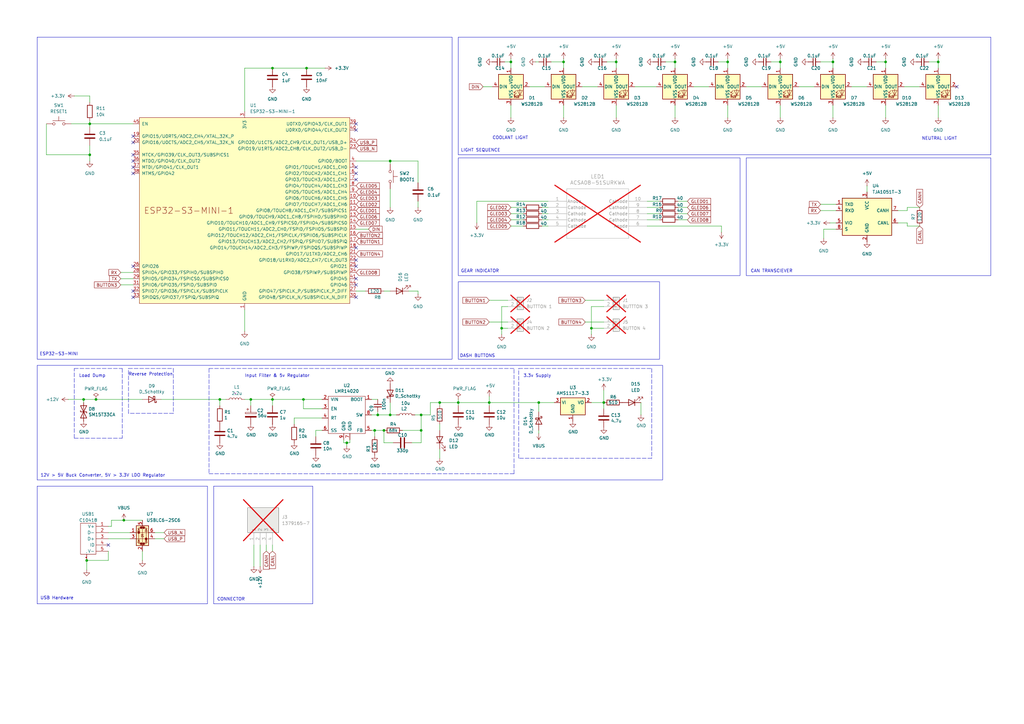
<source format=kicad_sch>
(kicad_sch (version 20231120) (generator "eeschema") (generator_version "8.0")
  (paper "A3")
  (junction (at 125.73 27.94))
  (junction (at 34.29 163.83))
  (junction (at 187.96 165.1))
  (junction (at 205.74 134.62))
  (junction (at 157.48 176.53))
  (junction (at 180.34 165.1))
  (junction (at 102.87 163.83))
  (junction (at 153.67 176.53))
  (junction (at 384.81 25.4))
  (junction (at 36.83 63.5))
  (junction (at 200.66 165.1))
  (junction (at 160.02 170.18))
  (junction (at 111.76 27.94))
  (junction (at 142.24 181.61))
  (junction (at 341.63 25.4))
  (junction (at 363.22 25.4))
  (junction (at 160.02 66.04))
  (junction (at 231.14 25.4))
  (junction (at 220.98 165.1))
  (junction (at 111.76 163.83))
  (junction (at 39.37 163.83))
  (junction (at 242.57 134.62))
  (junction (at 35.56 229.87))
  (junction (at 90.17 163.83))
  (junction (at 124.46 163.83))
  (junction (at 172.72 170.18))
  (junction (at 252.73 25.4))
  (junction (at 320.04 25.4))
  (junction (at 172.72 176.53))
  (junction (at 209.55 25.4))
  (junction (at 50.8 213.36))
  (junction (at 36.83 50.8))
  (junction (at 247.65 165.1))
  (junction (at 154.94 170.18))
  (junction (at 298.45 25.4))
  (junction (at 276.86 25.4))
  (no_connect (at 146.05 121.92))
  (no_connect (at 54.61 68.58))
  (no_connect (at 146.05 53.34))
  (no_connect (at 54.61 58.42))
  (no_connect (at 54.61 71.12))
  (no_connect (at 146.05 73.66))
  (no_connect (at 146.05 68.58))
  (no_connect (at 146.05 71.12))
  (no_connect (at 146.05 114.3))
  (no_connect (at 54.61 109.22))
  (no_connect (at 54.61 66.04))
  (no_connect (at 392.43 35.56))
  (no_connect (at 54.61 119.38))
  (no_connect (at 146.05 50.8))
  (no_connect (at 146.05 109.22))
  (no_connect (at 54.61 63.5))
  (no_connect (at 146.05 106.68))
  (no_connect (at 54.61 121.92))
  (no_connect (at 54.61 55.88))
  (no_connect (at 44.45 223.52))
  (no_connect (at 146.05 116.84))
  (no_connect (at 146.05 101.6))
  (wire (pts (xy 146.05 93.98) (xy 151.13 93.98)))
  (wire (pts (xy 200.66 165.1) (xy 220.98 165.1)))
  (wire (pts (xy 222.25 90.17) (xy 224.79 90.17)))
  (wire (pts (xy 160.02 77.47) (xy 160.02 85.09)))
  (wire (pts (xy 157.48 181.61) (xy 157.48 176.53)))
  (wire (pts (xy 247.65 160.02) (xy 247.65 165.1)))
  (polyline (pts (xy 212.725 151.13) (xy 267.335 151.13)) (stroke (width 0) (type dash)))
  (wire (pts (xy 36.83 50.8) (xy 54.61 50.8)))
  (wire (pts (xy 295.91 92.71) (xy 295.91 95.25)))
  (wire (pts (xy 152.4 170.18) (xy 154.94 170.18)))
  (wire (pts (xy 242.57 165.1) (xy 247.65 165.1)))
  (wire (pts (xy 45.72 215.9) (xy 44.45 215.9)))
  (polyline (pts (xy 210.82 194.31) (xy 210.82 151.13)) (stroke (width 0) (type dash)))
  (wire (pts (xy 349.25 35.56) (xy 355.6 35.56)))
  (wire (pts (xy 359.41 25.4) (xy 363.22 25.4)))
  (wire (pts (xy 252.73 43.18) (xy 252.73 48.26)))
  (wire (pts (xy 129.54 179.07) (xy 129.54 176.53)))
  (polyline (pts (xy 85.725 151.13) (xy 85.725 194.31)) (stroke (width 0) (type dash)))
  (wire (pts (xy 262.89 165.1) (xy 262.89 170.18)))
  (wire (pts (xy 160.02 165.1) (xy 160.02 170.18)))
  (wire (pts (xy 260.35 35.56) (xy 269.24 35.56)))
  (wire (pts (xy 171.45 66.04) (xy 171.45 74.93)))
  (wire (pts (xy 265.43 85.09) (xy 270.51 85.09)))
  (wire (pts (xy 220.98 165.1) (xy 220.98 168.91)))
  (wire (pts (xy 157.48 119.38) (xy 160.02 119.38)))
  (wire (pts (xy 180.34 184.15) (xy 180.34 187.96)))
  (wire (pts (xy 207.01 25.4) (xy 209.55 25.4)))
  (wire (pts (xy 50.8 213.36) (xy 58.42 213.36)))
  (wire (pts (xy 187.96 165.1) (xy 200.66 165.1)))
  (polyline (pts (xy 52.705 169.545) (xy 52.705 151.13)) (stroke (width 0) (type dash)))
  (wire (pts (xy 205.74 134.62) (xy 205.74 137.16)))
  (wire (pts (xy 124.46 167.64) (xy 132.08 167.64)))
  (wire (pts (xy 172.72 170.18) (xy 176.53 170.18)))
  (wire (pts (xy 220.98 25.4) (xy 219.71 25.4)))
  (wire (pts (xy 276.86 25.4) (xy 276.86 27.94)))
  (wire (pts (xy 276.86 43.18) (xy 276.86 48.26)))
  (wire (pts (xy 384.81 43.18) (xy 384.81 48.26)))
  (wire (pts (xy 171.45 82.55) (xy 171.45 85.09)))
  (wire (pts (xy 341.63 43.18) (xy 341.63 48.26)))
  (wire (pts (xy 278.13 85.09) (xy 281.94 85.09)))
  (wire (pts (xy 187.96 165.1) (xy 187.96 166.37)))
  (wire (pts (xy 170.18 170.18) (xy 172.72 170.18)))
  (wire (pts (xy 120.65 171.45) (xy 132.08 171.45)))
  (wire (pts (xy 100.33 27.94) (xy 111.76 27.94)))
  (wire (pts (xy 111.76 163.83) (xy 124.46 163.83)))
  (wire (pts (xy 58.42 163.83) (xy 39.37 163.83)))
  (polyline (pts (xy 71.12 169.545) (xy 52.705 169.545)) (stroke (width 0) (type dash)))
  (wire (pts (xy 341.63 24.13) (xy 341.63 25.4)))
  (wire (pts (xy 100.33 45.72) (xy 100.33 27.94)))
  (wire (pts (xy 363.22 25.4) (xy 363.22 27.94)))
  (wire (pts (xy 252.73 25.4) (xy 252.73 27.94)))
  (wire (pts (xy 45.72 213.36) (xy 50.8 213.36)))
  (wire (pts (xy 167.64 119.38) (xy 171.45 119.38)))
  (wire (pts (xy 19.05 63.5) (xy 36.83 63.5)))
  (wire (pts (xy 161.29 181.61) (xy 157.48 181.61)))
  (wire (pts (xy 222.25 87.63) (xy 224.79 87.63)))
  (wire (pts (xy 200.66 162.56) (xy 200.66 165.1)))
  (wire (pts (xy 278.13 82.55) (xy 281.94 82.55)))
  (polyline (pts (xy 30.48 179.705) (xy 30.48 151.13)) (stroke (width 0) (type dash)))
  (wire (pts (xy 231.14 25.4) (xy 231.14 27.94)))
  (wire (pts (xy 306.07 35.56) (xy 312.42 35.56)))
  (polyline (pts (xy 212.725 187.96) (xy 212.725 151.13)) (stroke (width 0) (type dash)))
  (wire (pts (xy 336.55 86.36) (xy 342.9 86.36)))
  (wire (pts (xy 240.03 123.19) (xy 247.65 123.19)))
  (wire (pts (xy 63.5 218.44) (xy 67.31 218.44)))
  (wire (pts (xy 172.72 176.53) (xy 172.72 181.61)))
  (polyline (pts (xy 71.12 151.13) (xy 71.12 169.545)) (stroke (width 0) (type dash)))
  (wire (pts (xy 180.34 165.1) (xy 180.34 166.37)))
  (wire (pts (xy 160.02 170.18) (xy 162.56 170.18)))
  (wire (pts (xy 209.55 25.4) (xy 209.55 27.94)))
  (wire (pts (xy 372.11 91.44) (xy 372.11 92.71)))
  (wire (pts (xy 238.76 35.56) (xy 245.11 35.56)))
  (wire (pts (xy 209.55 87.63) (xy 214.63 87.63)))
  (wire (pts (xy 63.5 220.98) (xy 67.31 220.98)))
  (polyline (pts (xy 30.48 179.705) (xy 50.165 179.705)) (stroke (width 0) (type dash)))
  (wire (pts (xy 129.54 176.53) (xy 132.08 176.53)))
  (wire (pts (xy 298.45 43.18) (xy 298.45 48.26)))
  (wire (pts (xy 153.67 176.53) (xy 157.48 176.53)))
  (wire (pts (xy 58.42 226.06) (xy 58.42 229.87)))
  (wire (pts (xy 142.24 182.88) (xy 142.24 181.61)))
  (wire (pts (xy 152.4 176.53) (xy 153.67 176.53)))
  (wire (pts (xy 195.58 82.55) (xy 224.79 82.55)))
  (wire (pts (xy 125.73 27.94) (xy 111.76 27.94)))
  (wire (pts (xy 180.34 173.99) (xy 180.34 176.53)))
  (wire (pts (xy 298.45 25.4) (xy 298.45 27.94)))
  (wire (pts (xy 146.05 66.04) (xy 160.02 66.04)))
  (wire (pts (xy 36.83 49.53) (xy 36.83 50.8)))
  (wire (pts (xy 273.05 25.4) (xy 276.86 25.4)))
  (polyline (pts (xy 267.335 187.96) (xy 212.725 187.96)) (stroke (width 0) (type dash)))
  (wire (pts (xy 363.22 43.18) (xy 363.22 48.26)))
  (wire (pts (xy 171.45 119.38) (xy 171.45 120.65)))
  (wire (pts (xy 372.11 86.36) (xy 372.11 85.09)))
  (wire (pts (xy 124.46 163.83) (xy 124.46 167.64)))
  (wire (pts (xy 152.4 163.83) (xy 154.94 163.83)))
  (wire (pts (xy 90.17 163.83) (xy 92.71 163.83)))
  (wire (pts (xy 36.83 39.37) (xy 36.83 41.91)))
  (wire (pts (xy 231.14 43.18) (xy 231.14 48.26)))
  (wire (pts (xy 247.65 125.73) (xy 242.57 125.73)))
  (wire (pts (xy 36.83 52.07) (xy 36.83 50.8)))
  (wire (pts (xy 240.03 132.08) (xy 247.65 132.08)))
  (wire (pts (xy 106.68 223.52) (xy 106.68 232.41)))
  (wire (pts (xy 44.45 218.44) (xy 53.34 218.44)))
  (wire (pts (xy 222.25 85.09) (xy 224.79 85.09)))
  (wire (pts (xy 140.97 180.34) (xy 140.97 181.61)))
  (polyline (pts (xy 85.725 194.31) (xy 210.82 194.31)) (stroke (width 0) (type dash)))
  (wire (pts (xy 265.43 90.17) (xy 270.51 90.17)))
  (wire (pts (xy 384.81 25.4) (xy 384.81 27.94)))
  (wire (pts (xy 276.86 24.13) (xy 276.86 25.4)))
  (wire (pts (xy 342.9 93.98) (xy 337.82 93.98)))
  (wire (pts (xy 153.67 176.53) (xy 153.67 179.07)))
  (wire (pts (xy 49.53 114.3) (xy 54.61 114.3)))
  (wire (pts (xy 320.04 24.13) (xy 320.04 25.4)))
  (wire (pts (xy 44.45 226.06) (xy 44.45 229.87)))
  (wire (pts (xy 265.43 92.71) (xy 295.91 92.71)))
  (wire (pts (xy 102.87 163.83) (xy 111.76 163.83)))
  (wire (pts (xy 149.86 119.38) (xy 146.05 119.38)))
  (wire (pts (xy 242.57 134.62) (xy 247.65 134.62)))
  (wire (pts (xy 294.64 25.4) (xy 298.45 25.4)))
  (wire (pts (xy 209.55 24.13) (xy 209.55 25.4)))
  (wire (pts (xy 370.84 35.56) (xy 377.19 35.56)))
  (wire (pts (xy 226.06 25.4) (xy 231.14 25.4)))
  (wire (pts (xy 133.35 27.94) (xy 125.73 27.94)))
  (wire (pts (xy 340.36 91.44) (xy 342.9 91.44)))
  (wire (pts (xy 176.53 165.1) (xy 180.34 165.1)))
  (wire (pts (xy 252.73 24.13) (xy 252.73 25.4)))
  (wire (pts (xy 124.46 163.83) (xy 132.08 163.83)))
  (wire (pts (xy 298.45 24.13) (xy 298.45 25.4)))
  (wire (pts (xy 198.12 35.56) (xy 201.93 35.56)))
  (wire (pts (xy 217.17 35.56) (xy 223.52 35.56)))
  (wire (pts (xy 265.43 82.55) (xy 270.51 82.55)))
  (wire (pts (xy 209.55 43.18) (xy 209.55 48.26)))
  (wire (pts (xy 187.96 165.1) (xy 187.96 163.83)))
  (wire (pts (xy 381 25.4) (xy 384.81 25.4)))
  (wire (pts (xy 363.22 24.13) (xy 363.22 25.4)))
  (wire (pts (xy 49.53 111.76) (xy 54.61 111.76)))
  (wire (pts (xy 220.98 165.1) (xy 227.33 165.1)))
  (wire (pts (xy 278.13 87.63) (xy 281.94 87.63)))
  (wire (pts (xy 209.55 85.09) (xy 214.63 85.09)))
  (wire (pts (xy 320.04 43.18) (xy 320.04 48.26)))
  (wire (pts (xy 242.57 125.73) (xy 242.57 134.62)))
  (wire (pts (xy 208.28 125.73) (xy 205.74 125.73)))
  (wire (pts (xy 180.34 165.1) (xy 187.96 165.1)))
  (wire (pts (xy 341.63 25.4) (xy 341.63 27.94)))
  (wire (pts (xy 284.48 35.56) (xy 290.83 35.56)))
  (wire (pts (xy 102.87 163.83) (xy 102.87 166.37)))
  (wire (pts (xy 242.57 134.62) (xy 242.57 137.16)))
  (wire (pts (xy 208.28 134.62) (xy 205.74 134.62)))
  (wire (pts (xy 90.17 163.83) (xy 90.17 166.37)))
  (wire (pts (xy 49.53 116.84) (xy 54.61 116.84)))
  (wire (pts (xy 209.55 90.17) (xy 214.63 90.17)))
  (wire (pts (xy 278.13 90.17) (xy 281.94 90.17)))
  (polyline (pts (xy 30.48 151.13) (xy 50.165 151.13)) (stroke (width 0) (type dash)))
  (wire (pts (xy 34.29 163.83) (xy 39.37 163.83)))
  (wire (pts (xy 336.55 83.82) (xy 342.9 83.82)))
  (polyline (pts (xy 267.335 151.13) (xy 267.335 187.96)) (stroke (width 0) (type dash)))
  (wire (pts (xy 220.98 176.53) (xy 220.98 177.8)))
  (wire (pts (xy 172.72 181.61) (xy 168.91 181.61)))
  (wire (pts (xy 248.92 25.4) (xy 252.73 25.4)))
  (wire (pts (xy 30.48 39.37) (xy 36.83 39.37)))
  (wire (pts (xy 19.05 50.8) (xy 19.05 63.5)))
  (wire (pts (xy 111.76 223.52) (xy 111.76 226.06)))
  (wire (pts (xy 176.53 170.18) (xy 176.53 165.1)))
  (wire (pts (xy 195.58 82.55) (xy 195.58 91.44)))
  (wire (pts (xy 316.23 25.4) (xy 320.04 25.4)))
  (wire (pts (xy 66.04 163.83) (xy 90.17 163.83)))
  (wire (pts (xy 205.74 125.73) (xy 205.74 134.62)))
  (wire (pts (xy 36.83 66.04) (xy 36.83 63.5)))
  (wire (pts (xy 327.66 35.56) (xy 334.01 35.56)))
  (wire (pts (xy 200.66 123.19) (xy 208.28 123.19)))
  (wire (pts (xy 368.3 91.44) (xy 372.11 91.44)))
  (wire (pts (xy 36.83 59.69) (xy 36.83 63.5)))
  (wire (pts (xy 337.82 93.98) (xy 337.82 97.79)))
  (wire (pts (xy 355.6 76.2) (xy 355.6 78.74)))
  (wire (pts (xy 34.29 163.83) (xy 34.29 165.1)))
  (wire (pts (xy 44.45 229.87) (xy 35.56 229.87)))
  (wire (pts (xy 372.11 85.09) (xy 377.19 85.09)))
  (wire (pts (xy 384.81 24.13) (xy 384.81 25.4)))
  (wire (pts (xy 120.65 173.99) (xy 120.65 171.45)))
  (wire (pts (xy 160.02 66.04) (xy 160.02 67.31)))
  (wire (pts (xy 154.94 168.91) (xy 154.94 170.18)))
  (wire (pts (xy 368.3 86.36) (xy 372.11 86.36)))
  (wire (pts (xy 111.76 163.83) (xy 111.76 166.37)))
  (wire (pts (xy 143.51 181.61) (xy 143.51 180.34)))
  (wire (pts (xy 372.11 92.71) (xy 377.19 92.71)))
  (wire (pts (xy 265.43 87.63) (xy 270.51 87.63)))
  (wire (pts (xy 27.94 163.83) (xy 34.29 163.83)))
  (wire (pts (xy 222.25 92.71) (xy 224.79 92.71)))
  (polyline (pts (xy 50.165 151.13) (xy 50.165 179.705)) (stroke (width 0) (type dash)))
  (wire (pts (xy 209.55 92.71) (xy 214.63 92.71)))
  (wire (pts (xy 44.45 220.98) (xy 53.34 220.98)))
  (wire (pts (xy 29.21 50.8) (xy 36.83 50.8)))
  (wire (pts (xy 320.04 25.4) (xy 320.04 27.94)))
  (wire (pts (xy 200.66 165.1) (xy 200.66 166.37)))
  (wire (pts (xy 160.02 66.04) (xy 171.45 66.04)))
  (polyline (pts (xy 52.705 151.13) (xy 71.12 151.13)) (stroke (width 0) (type dash)))
  (wire (pts (xy 100.33 163.83) (xy 102.87 163.83)))
  (wire (pts (xy 35.56 229.87) (xy 35.56 233.68)))
  (wire (pts (xy 154.94 170.18) (xy 160.02 170.18)))
  (wire (pts (xy 140.97 181.61) (xy 142.24 181.61)))
  (wire (pts (xy 231.14 24.13) (xy 231.14 25.4)))
  (wire (pts (xy 200.66 132.08) (xy 208.28 132.08)))
  (polyline (pts (xy 210.82 151.13) (xy 85.725 151.13)) (stroke (width 0) (type dash)))
  (wire (pts (xy 109.22 223.52) (xy 109.22 226.06)))
  (wire (pts (xy 104.14 223.52) (xy 104.14 232.41)))
  (wire (pts (xy 247.65 165.1) (xy 247.65 167.64)))
  (wire (pts (xy 45.72 213.36) (xy 45.72 215.9)))
  (wire (pts (xy 142.24 181.61) (xy 143.51 181.61)))
  (wire (pts (xy 336.55 25.4) (xy 341.63 25.4)))
  (wire (pts (xy 172.72 176.53) (xy 172.72 170.18)))
  (wire (pts (xy 100.33 127) (xy 100.33 135.89)))
  (wire (pts (xy 165.1 176.53) (xy 172.72 176.53)))
  (rectangle (start 87.63 199.39) (end 128.27 247.65))
  (rectangle (start 187.96 15.24) (end 406.4 63.5))
  (rectangle (start 15.24 149.86) (end 271.78 196.85))
  (rectangle (start 306.07 64.77) (end 406.4 113.03))
  (rectangle (start 187.96 64.77) (end 303.53 113.03))
  (rectangle (start 187.96 115.57) (end 270.51 147.32))
  (rectangle (start 15.24 15.24) (end 185.42 147.32))
  (rectangle (start 15.24 199.39) (end 85.09 247.65))
  (text "Input Filter & 5v Regulator" (at 100.33 154.94 0) (effects (font (size 1.27 1.27)) (justify left bottom)))
  (text "DASH BUTTONS" (at 195.834 146.05 0) (effects (font (size 1.27 1.27))))
  (text "ESP32-S3-MINI\n" (at 24.13 145.288 0) (effects (font (size 1.27 1.27))))
  (text "NEUTRAL LIGHT\n" (at 385.318 56.896 0) (effects (font (size 1.27 1.27))))
  (text "GEAR INDICATOR\n" (at 196.85 111.252 0) (effects (font (size 1.27 1.27))))
  (text "Reverse Protection" (at 52.705 154.305 0) (effects (font (size 1.27 1.27)) (justify left bottom)))
  (text "CONNECTOR\n" (at 94.742 245.872 0) (effects (font (size 1.27 1.27))))
  (text "COOLANT LIGHT\n" (at 209.296 56.642 0) (effects (font (size 1.27 1.27))))
  (text "LIGHT SEQUENCE" (at 197.104 61.722 0) (effects (font (size 1.27 1.27))))
  (text "USB Hardware" (at 23.368 245.364 0) (effects (font (size 1.27 1.27))))
  (text "CAN TRANSCIEVER" (at 316.484 111.252 0) (effects (font (size 1.27 1.27))))
  (text "Load Dump" (at 32.385 154.94 0) (effects (font (size 1.27 1.27)) (justify left bottom)))
  (text "12V > 5V Buck Converter, 5V > 3.3V LDO Regulator" (at 42.164 195.072 0) (effects (font (size 1.27 1.27))))
  (text "3.3v Supply" (at 214.63 154.94 0) (effects (font (size 1.27 1.27)) (justify left bottom)))
  (global_label "GLED01" (shape input) (at 146.05 86.36 0) (property "Intersheetrefs" "${INTERSHEET_REFS}" (effects (hide yes))))
  (global_label "CANH" (shape input) (at 109.22 226.06 270) (property "Intersheetrefs" "CANH" (effects (hide yes))))
  (global_label "GLED05" (shape input) (at 146.05 76.2 0) (property "Intersheetrefs" "${INTERSHEET_REFS}" (effects (hide yes))))
  (global_label "GLED02" (shape input) (at 146.05 83.82 0) (property "Intersheetrefs" "${INTERSHEET_REFS}" (effects (hide yes))))
  (global_label "USB_N" (shape input) (at 146.05 60.96 0) (property "Intersheetrefs" "USB_N" (effects (hide yes))))
  (global_label "BUTTON3" (shape input) (at 240.03 123.19 180) (property "Intersheetrefs" "${INTERSHEET_REFS}" (effects (hide yes))))
  (global_label "GLED08" (shape input) (at 281.94 90.17 0) (property "Intersheetrefs" "${INTERSHEET_REFS}" (effects (hide yes))))
  (global_label "DIN" (shape input) (at 151.13 93.98 0) (property "Intersheetrefs" "USB_P" (effects (hide yes))))
  (global_label "CANL" (shape input) (at 377.19 92.71 270) (property "Intersheetrefs" "${INTERSHEET_REFS}" (effects (hide yes))))
  (global_label "RX" (shape input) (at 336.55 86.36 180) (property "Intersheetrefs" "${INTERSHEET_REFS}" (effects (hide yes))))
  (global_label "GLED07" (shape input) (at 146.05 91.44 0) (property "Intersheetrefs" "${INTERSHEET_REFS}" (effects (hide yes))))
  (global_label "BUTTON4" (shape input) (at 146.05 104.14 0) (property "Intersheetrefs" "${INTERSHEET_REFS}" (effects (hide yes))))
  (global_label "USB_P" (shape input) (at 146.05 58.42 0) (property "Intersheetrefs" "USB_P" (effects (hide yes))))
  (global_label "GLED08" (shape input) (at 146.05 111.76 0) (property "Intersheetrefs" "${INTERSHEET_REFS}" (effects (hide yes))))
  (global_label "GLED04" (shape input) (at 209.55 90.17 180) (property "Intersheetrefs" "${INTERSHEET_REFS}" (effects (hide yes))))
  (global_label "DIN" (shape input) (at 198.12 35.56 180) (property "Intersheetrefs" "USB_P" (effects (hide yes))))
  (global_label "USB_P" (shape input) (at 67.31 220.98 0) (property "Intersheetrefs" "USB_P" (effects (hide yes))))
  (global_label "GLED06" (shape input) (at 281.94 85.09 0) (property "Intersheetrefs" "${INTERSHEET_REFS}" (effects (hide yes))))
  (global_label "GLED02" (shape input) (at 209.55 85.09 180) (property "Intersheetrefs" "${INTERSHEET_REFS}" (effects (hide yes))))
  (global_label "BUTTON3" (shape input) (at 49.53 116.84 180) (property "Intersheetrefs" "${INTERSHEET_REFS}" (effects (hide yes))))
  (global_label "GLED05" (shape input) (at 209.55 92.71 180) (property "Intersheetrefs" "${INTERSHEET_REFS}" (effects (hide yes))))
  (global_label "BUTTON2" (shape input) (at 200.66 132.08 180) (property "Intersheetrefs" "${INTERSHEET_REFS}" (effects (hide yes))))
  (global_label "BUTTON1" (shape input) (at 146.05 99.06 0) (property "Intersheetrefs" "${INTERSHEET_REFS}" (effects (hide yes))))
  (global_label "GLED06" (shape input) (at 146.05 88.9 0) (property "Intersheetrefs" "${INTERSHEET_REFS}" (effects (hide yes))))
  (global_label "TX" (shape input) (at 49.53 114.3 180) (property "Intersheetrefs" "TX" (effects (hide yes))))
  (global_label "BUTTON4" (shape input) (at 240.03 132.08 180) (property "Intersheetrefs" "${INTERSHEET_REFS}" (effects (hide yes))))
  (global_label "USB_N" (shape input) (at 67.31 218.44 0) (property "Intersheetrefs" "USB_N" (effects (hide yes))))
  (global_label "RX" (shape input) (at 49.53 111.76 180) (property "Intersheetrefs" "RX" (effects (hide yes))))
  (global_label "TX" (shape input) (at 336.55 83.82 180) (property "Intersheetrefs" "${INTERSHEET_REFS}" (effects (hide yes))))
  (global_label "GLED01" (shape input) (at 281.94 82.55 0) (property "Intersheetrefs" "${INTERSHEET_REFS}" (effects (hide yes))))
  (global_label "BUTTON2" (shape input) (at 146.05 96.52 0) (property "Intersheetrefs" "${INTERSHEET_REFS}" (effects (hide yes))))
  (global_label "CANL" (shape input) (at 111.76 226.06 270) (property "Intersheetrefs" "CANL" (effects (hide yes))))
  (global_label "GLED07" (shape input) (at 281.94 87.63 0) (property "Intersheetrefs" "${INTERSHEET_REFS}" (effects (hide yes))))
  (global_label "GLED03" (shape input) (at 146.05 81.28 0) (property "Intersheetrefs" "${INTERSHEET_REFS}" (effects (hide yes))))
  (global_label "GLED04" (shape input) (at 146.05 78.74 0) (property "Intersheetrefs" "${INTERSHEET_REFS}" (effects (hide yes))))
  (global_label "BUTTON1" (shape input) (at 200.66 123.19 180) (property "Intersheetrefs" "${INTERSHEET_REFS}" (effects (hide yes))))
  (global_label "GLED03" (shape input) (at 209.55 87.63 180) (property "Intersheetrefs" "${INTERSHEET_REFS}" (effects (hide yes))))
  (global_label "CANH" (shape input) (at 377.19 85.09 90) (property "Intersheetrefs" "${INTERSHEET_REFS}" (effects (hide yes))))
  (symbol (lib_id "Device:C_Small") (at 270.51 25.4 90) (unit 1)
    (property "Reference" "C17" (at 273.05 27.94 90) (effects (justify left)))
    (property "Value" "0.1uF" (at 273.05 22.86 90) (effects (justify left)))
    (property "Footprint" "Capacitor_SMD:C_0603_1608Metric" (effects (hide yes)))
    (property "LCSC" "C14663" (effects (hide yes)))
    (property "LCSC_ext" "0" (effects (hide yes)))
  )
  (symbol (lib_id "power:GND") (at 35.56 233.68 0) (unit 1)
    (property "Reference" "#PWR015" (effects (hide yes)))
    (property "Value" "GND" (at 35.56 238.76 0))
    (property "Description" "Power symbol creates a global label with name \"GND\" , ground" (effects (hide yes)))
  )
  (symbol (lib_id "Device:R") (at 251.46 165.1 270) (unit 1)
    (property "Reference" "R6" (at 250.19 162.814 90) (effects (justify left)))
    (property "Value" "510" (at 249.555 165.1 90) (effects (justify left)))
    (property "Footprint" "Resistor_SMD:R_0603_1608Metric" (effects (hide yes)))
    (property "LCSC" "C23193" (effects (hide yes)))
  )
  (symbol (lib_id "power:GND") (at 58.42 229.87 0) (unit 1)
    (property "Reference" "#PWR017" (effects (hide yes)))
    (property "Value" "GND" (at 58.42 234.95 0))
    (property "Description" "Power symbol creates a global label with name \"GND\" , ground" (effects (hide yes)))
  )
  (symbol (lib_id "Connector_Generic:Conn_01x02") (at 213.36 123.19 0) (unit 1) (in_bom no) (dnp yes)
    (property "Reference" "J2" (at 215.9 123.1899 0) (effects (justify left)))
    (property "Value" "BUTTTON 1" (at 215.9 125.7299 0) (effects (justify left)))
    (property "Footprint" "Connector_PinSocket_1.27mm:PinSocket_1x02_P1.27mm_Vertical" (effects (hide yes)))
    (property "Description" "Generic connector, single row, 01x02, script generated (kicad-library-utils/schlib/autogen/connector/)" (effects (hide yes)))
  )
  (symbol (lib_id "power:PWR_FLAG") (at 187.96 163.83 0) (unit 1)
    (property "Reference" "#FLG04" (effects (hide yes)))
    (property "Value" "PWR_FLAG" (at 190.5 159.385 0))
  )
  (symbol (lib_id "Device:R") (at 274.32 85.09 90) (unit 1)
    (property "Reference" "R16" (at 269.494 83.82 90))
    (property "Value" "40" (at 278.892 84.074 90))
    (property "Footprint" "Resistor_SMD:R_0805_2012Metric" (effects (hide yes)))
    (property "Description" "Resistor" (effects (hide yes)))
    (property "LCSC" "C5355206" (effects (hide yes)))
  )
  (symbol (lib_id "Device:C") (at 187.96 170.18 0) (unit 1)
    (property "Reference" "C11" (at 190.881 169.0116 0) (effects (justify left)))
    (property "Value" "10u" (at 190.881 171.323 0) (effects (justify left)))
    (property "Footprint" "Capacitor_SMD:C_1206_3216Metric" (effects (hide yes)))
    (property "LCSC" "C13585" (effects (hide yes)))
    (property "LCSC_ext" "0" (effects (hide yes)))
  )
  (symbol (lib_id "Device:D_Schottky") (at 220.98 172.72 270) (unit 1)
    (property "Reference" "D14" (at 215.4936 172.72 0))
    (property "Value" "D_Schottky" (at 217.805 172.72 0))
    (property "Footprint" "Diode_SMD:D_SMA" (effects (hide yes)))
    (property "LCSC" "C8678" (effects (hide yes)))
    (property "LCSC_ext" "0" (effects (hide yes)))
  )
  (symbol (lib_id "power:+5V") (at 276.86 24.13 0) (unit 1)
    (property "Reference" "#PWR033" (effects (hide yes)))
    (property "Value" "+5V" (at 276.86 19.05 0))
    (property "Description" "Power symbol creates a global label with name \"+5V\"" (effects (hide yes)))
  )
  (symbol (lib_id "LED:WS2812B") (at 320.04 35.56 0) (unit 1)
    (property "Reference" "D6" (at 328.676 40.132 0))
    (property "Value" "WS2812B" (at 328.676 42.672 0))
    (property "Footprint" "LED_SMD:LED_WS2812B_PLCC4_5.0x5.0mm_P3.2mm" (effects (hide yes)))
    (property "Datasheet" "https://cdn-shop.adafruit.com/datasheets/WS2812B.pdf" (effects (hide yes)))
    (property "Description" "RGB LED with integrated controller" (effects (hide yes)))
    (property "LCSC" "C2761795" (effects (hide yes)))
  )
  (symbol (lib_id "power:GND") (at 219.71 25.4 270) (unit 1)
    (property "Reference" "#PWR062" (effects (hide yes)))
    (property "Value" "GND" (at 214.63 25.4 0))
    (property "Description" "Power symbol creates a global label with name \"GND\" , ground" (effects (hide yes)))
  )
  (symbol (lib_id "ACSA08_51SURKWA:ACSA08-51SURKWA") (at 224.79 82.55 0) (unit 1) (in_bom no) (dnp yes)
    (property "Reference" "LED1" (at 245.11 72.39 0) (effects (font (size 1.524 1.524))))
    (property "Value" "ACSA08-51SURKWA" (at 245.11 74.93 0) (effects (font (size 1.524 1.524))))
    (property "Footprint" "LED10_ACSA08-51SURKWA_KNB" (effects (hide yes)))
    (property "Datasheet" "ACSA08-51SURKWA" (effects (hide yes)))
  )
  (symbol (lib_id "LED:WS2812B") (at 231.14 35.56 0) (unit 1)
    (property "Reference" "D2" (at 239.776 40.132 0))
    (property "Value" "WS2812B" (at 239.776 42.672 0))
    (property "Footprint" "LED_SMD:LED_WS2812B_PLCC4_5.0x5.0mm_P3.2mm" (effects (hide yes)))
    (property "Datasheet" "https://cdn-shop.adafruit.com/datasheets/WS2812B.pdf" (effects (hide yes)))
    (property "Description" "RGB LED with integrated controller" (effects (hide yes)))
    (property "LCSC" "C2761795" (effects (hide yes)))
  )
  (symbol (lib_id "power:PWR_FLAG") (at 111.76 163.83 0) (unit 1)
    (property "Reference" "#FLG03" (effects (hide yes)))
    (property "Value" "PWR_FLAG" (at 114.3 159.385 0))
  )
  (symbol (lib_id "Connector_Generic:Conn_01x02") (at 252.73 132.08 0) (unit 1) (in_bom no) (dnp yes)
    (property "Reference" "J5" (at 255.27 132.0799 0) (effects (justify left)))
    (property "Value" "BUTTON 4" (at 255.27 134.6199 0) (effects (justify left)))
    (property "Footprint" "Connector_PinSocket_1.27mm:PinSocket_1x02_P1.27mm_Vertical" (effects (hide yes)))
    (property "Description" "Generic connector, single row, 01x02, script generated (kicad-library-utils/schlib/autogen/connector/)" (effects (hide yes)))
  )
  (symbol (lib_id "power:+12V") (at 106.68 232.41 0) (mirror x) (unit 1)
    (property "Reference" "#PWR07" (effects (hide yes)))
    (property "Value" "+12V" (at 106.6801 236.22 90) (effects (justify left)))
    (property "Description" "Power symbol creates a global label with name \"+12V\"" (effects (hide yes)))
  )
  (symbol (lib_id "power:GND") (at 34.29 172.72 0) (unit 1)
    (property "Reference" "#PWR08" (effects (hide yes)))
    (property "Value" "GND" (at 34.417 177.1142 0))
  )
  (symbol (lib_id "LED:WS2812B") (at 384.81 35.56 0) (unit 1)
    (property "Reference" "D13" (at 393.446 40.132 0))
    (property "Value" "WS2812B" (at 393.446 42.672 0))
    (property "Footprint" "LED_SMD:LED_WS2812B_PLCC4_5.0x5.0mm_P3.2mm" (effects (hide yes)))
    (property "Datasheet" "https://cdn-shop.adafruit.com/datasheets/WS2812B.pdf" (effects (hide yes)))
    (property "Description" "RGB LED with integrated controller" (effects (hide yes)))
    (property "LCSC" "C2761795" (effects (hide yes)))
  )
  (symbol (lib_id "Connector_Generic:Conn_01x02") (at 213.36 132.08 0) (unit 1) (in_bom no) (dnp yes)
    (property "Reference" "J4" (at 215.9 132.0799 0) (effects (justify left)))
    (property "Value" "BUTTON 2" (at 215.9 134.6199 0) (effects (justify left)))
    (property "Footprint" "Connector_PinSocket_1.27mm:PinSocket_1x02_P1.27mm_Vertical" (effects (hide yes)))
    (property "Description" "Generic connector, single row, 01x02, script generated (kicad-library-utils/schlib/autogen/connector/)" (effects (hide yes)))
  )
  (symbol (lib_id "power:+3.3V") (at 295.91 95.25 180) (unit 1)
    (property "Reference" "#PWR05" (effects (hide yes)))
    (property "Value" "+3.3V" (at 295.91 100.33 0))
    (property "Description" "Power symbol creates a global label with name \"+3.3V\"" (effects (hide yes)))
  )
  (symbol (lib_id "power:+12V") (at 27.94 163.83 90) (unit 1)
    (property "Reference" "#PWR01" (effects (hide yes)))
    (property "Value" "+12V" (at 24.13 163.8299 90) (effects (justify left)))
    (property "Description" "Power symbol creates a global label with name \"+12V\"" (effects (hide yes)))
  )
  (symbol (lib_id "power:GND") (at 171.45 120.65 0) (unit 1)
    (property "Reference" "#PWR011" (effects (hide yes)))
    (property "Value" "GND" (at 171.45 125.73 0))
    (property "Description" "Power symbol creates a global label with name \"GND\" , ground" (effects (hide yes)))
  )
  (symbol (lib_id "Device:L") (at 96.52 163.83 90) (unit 1)
    (property "Reference" "L1" (at 97.155 158.75 90))
    (property "Value" "2.2u" (at 97.155 161.29 90))
    (property "Footprint" "Inductor_SMD:L_1210_3225Metric" (effects (hide yes)))
    (property "Datasheet" "~" (at 96.52 161.29 90))
    (property "PN" "SRN3015TA-2R2M" (effects (hide yes)))
    (property "LCSC" "C286757" (effects (hide yes)))
    (property "LCSC_ext" "1" (effects (hide yes)))
    (property "possible_not_ext" "1" (effects (hide yes)))
  )
  (symbol (lib_id "LMR14020:LMR14020") (at 139.7 168.91 0) (unit 1)
    (property "Reference" "U2" (at 142.24 158.115 0))
    (property "Value" "LMR14020" (at 142.24 160.4264 0))
    (property "Footprint" "Package_SO:SOIC-8-1EP_3.9x4.9mm_P1.27mm_EP2.29x3mm" (effects (hide yes)))
    (property "LCSC" "C187824" (effects (hide yes)))
    (property "LCSC_ext" "1" (effects (hide yes)))
    (property "PN" "LMR14020" (effects (hide yes)))
    (property "possible_not_ext" "0" (effects (hide yes)))
  )
  (symbol (lib_id "power:GND") (at 375.92 25.4 270) (unit 1)
    (property "Reference" "#PWR055" (effects (hide yes)))
    (property "Value" "GND" (at 370.84 25.4 0))
    (property "Description" "Power symbol creates a global label with name \"GND\" , ground" (effects (hide yes)))
  )
  (symbol (lib_id "power:+5V") (at 355.6 76.2 0) (unit 1)
    (property "Reference" "#PWR066" (effects (hide yes)))
    (property "Value" "+5V" (at 355.6 71.12 0))
    (property "Description" "Power symbol creates a global label with name \"+5V\"" (effects (hide yes)))
  )
  (symbol (lib_id "Device:C_Small") (at 292.1 25.4 90) (unit 1)
    (property "Reference" "C18" (at 294.64 27.94 90) (effects (justify left)))
    (property "Value" "0.1uF" (at 294.64 22.86 90) (effects (justify left)))
    (property "Footprint" "Capacitor_SMD:C_0603_1608Metric" (effects (hide yes)))
    (property "LCSC" "C14663" (effects (hide yes)))
    (property "LCSC_ext" "0" (effects (hide yes)))
  )
  (symbol (lib_id "Device:C") (at 129.54 182.88 0) (unit 1)
    (property "Reference" "C8" (at 132.461 181.7116 0) (effects (justify left)))
    (property "Value" "10n" (at 132.461 184.023 0) (effects (justify left)))
    (property "Footprint" "Capacitor_SMD:C_0603_1608Metric" (effects (hide yes)))
    (property "LCSC" "C57112" (effects (hide yes)))
    (property "LCSC_ext" "0" (effects (hide yes)))
  )
  (symbol (lib_id "power:GND") (at 311.15 25.4 270) (unit 1)
    (property "Reference" "#PWR058" (effects (hide yes)))
    (property "Value" "GND" (at 306.07 25.4 0))
    (property "Description" "Power symbol creates a global label with name \"GND\" , ground" (effects (hide yes)))
  )
  (symbol (lib_id "Device:R") (at 274.32 90.17 90) (unit 1)
    (property "Reference" "R10" (at 269.494 88.9 90))
    (property "Value" "40" (at 278.892 89.154 90))
    (property "Footprint" "Resistor_SMD:R_0805_2012Metric" (effects (hide yes)))
    (property "Description" "Resistor" (effects (hide yes)))
    (property "LCSC" "C5355206" (effects (hide yes)))
  )
  (symbol (lib_id "TE 1379165-7:1379165-7") (at 104.14 223.52 90) (unit 1) (in_bom no) (dnp yes)
    (property "Reference" "J3" (at 115.57 212.0899 90) (effects (justify right)))
    (property "Value" "1379165-7" (at 115.57 214.6299 90) (effects (justify right)))
    (property "Footprint" "13791657" (effects (hide yes)))
    (property "Datasheet" "https://www.mouser.de/datasheet/2/418/6/ENG_CD_1379165_D5-2005008.pdf" (effects (hide yes)))
    (property "Description" "Body Features: Primary Product Color Black | Configuration Features: Number of Signal Positions 4 | Number of Rows 1 | PCB Mount Orientation Vertical | Number of Sections 1 | Number of Positions 4 | Contact Features: Mating Tab Thickness .025 INCH | Mating Tab Width .025 INCH | Mating Tab Thickness .63 MM | Contact Size .63mm | Contact Type Tab | Mating Tab Width .63 MM | Contact Mating Area Plating Material Tin | Dimensions: Connector Length .803 INCH | PCB Thickness (Recommended) 1.6 MM | Connector Length" (effects (hide yes)))
    (property "Height" "18.8" (effects (hide yes)))
    (property "Manufacturer_Name" "TE Connectivity" (effects (hide yes)))
    (property "Manufacturer_Part_Number" "1379165-7" (effects (hide yes)))
    (property "Mouser Part Number" "571-1379165-7" (effects (hide yes)))
    (property "Mouser Price/Stock" "https://www.mouser.co.uk/ProductDetail/TE-Connectivity-AMP/1379165-7?qs=6Z%252BHCgJKjncEStSYB7eeFQ%3D%3D" (effects (hide yes)))
    (property "Arrow Part Number" "1379165-7" (effects (hide yes)))
    (property "Arrow Price/Stock" "https://www.arrow.com/en/products/1379165-7/te-connectivity" (effects (hide yes)))
  )
  (symbol (lib_id "power:GND") (at 276.86 48.26 0) (unit 1)
    (property "Reference" "#PWR039" (effects (hide yes)))
    (property "Value" "GND" (at 276.86 53.34 0))
    (property "Description" "Power symbol creates a global label with name \"GND\" , ground" (effects (hide yes)))
  )
  (symbol (lib_id "power:+5V") (at 50.8 213.36 0) (unit 1)
    (property "Reference" "#PWR016" (effects (hide yes)))
    (property "Value" "VBUS" (at 50.8 208.28 0))
    (property "Description" "Power symbol creates a global label with name \"+5V\"" (effects (hide yes)))
  )
  (symbol (lib_id "power:+3.3V") (at 340.36 91.44 90) (unit 1)
    (property "Reference" "#PWR065" (effects (hide yes)))
    (property "Value" "+3.3V" (at 336.55 91.4399 90) (effects (justify left)))
    (property "Description" "Power symbol creates a global label with name \"+3.3V\"" (effects (hide yes)))
  )
  (symbol (lib_id "JLCPCB USB:micro USBFemale") (at 35.56 220.98 0) (unit 1)
    (property "Reference" "USB1" (at 36.195 210.82 0))
    (property "Value" "C10418" (at 36.195 213.36 0))
    (property "Footprint" "USB Footprint:MICRO-USB-SMD_5P-P0.65-H-F_C10418" (effects (hide yes)))
    (property "Datasheet" "https://atta.szlcsc.com/upload/public/pdf/source/20210305/C10418_4890444E73C7CF5EB311058F76E5ECA4.pdf" (effects (hide yes)))
    (property "Description" "Connector Type:Micro-B Standard:USB 2.0 Gender:Female Number of Ports:1 Number of Contacts:5P Current Rating - Power (Max):1A" (effects (hide yes)))
    (property "Manufacturer Part" "920-E52A2021S10100" (effects (hide yes)))
    (property "Manufacturer" "精拓金" (effects (hide yes)))
    (property "Supplier Part" "C10418" (effects (hide yes)))
    (property "Supplier" "LCSC" (effects (hide yes)))
    (property "LCSC Part Name" "Micro-B 母" (effects (hide yes)))
  )
  (symbol (lib_id "power:+5V") (at 384.81 24.13 0) (unit 1)
    (property "Reference" "#PWR045" (effects (hide yes)))
    (property "Value" "+5V" (at 384.81 19.05 0))
    (property "Description" "Power symbol creates a global label with name \"+5V\"" (effects (hide yes)))
  )
  (symbol (lib_id "power:GND") (at 331.47 25.4 270) (unit 1)
    (property "Reference" "#PWR057" (effects (hide yes)))
    (property "Value" "GND" (at 326.39 25.4 0))
    (property "Description" "Power symbol creates a global label with name \"GND\" , ground" (effects (hide yes)))
  )
  (symbol (lib_id "power:+5V") (at 252.73 24.13 0) (unit 1)
    (property "Reference" "#PWR032" (effects (hide yes)))
    (property "Value" "+5V" (at 252.73 19.05 0))
    (property "Description" "Power symbol creates a global label with name \"+5V\"" (effects (hide yes)))
  )
  (symbol (lib_id "power:GND") (at 242.57 137.16 0) (unit 1)
    (property "Reference" "#PWR068" (effects (hide yes)))
    (property "Value" "GND" (at 242.57 142.24 0))
    (property "Description" "Power symbol creates a global label with name \"GND\" , ground" (effects (hide yes)))
  )
  (symbol (lib_id "Device:R") (at 36.83 45.72 0) (unit 1)
    (property "Reference" "R11" (at 39.37 44.4499 0) (effects (justify left)))
    (property "Value" "10k" (at 39.37 46.9899 0) (effects (justify left)))
    (property "Footprint" "Resistor_SMD:R_0603_1608Metric" (effects (hide yes)))
    (property "Description" "Resistor" (effects (hide yes)))
    (property "LCSC" "C25804" (effects (hide yes)))
  )
  (symbol (lib_id "power:GND") (at 363.22 48.26 0) (unit 1)
    (property "Reference" "#PWR044" (effects (hide yes)))
    (property "Value" "GND" (at 363.22 53.34 0))
    (property "Description" "Power symbol creates a global label with name \"GND\" , ground" (effects (hide yes)))
  )
  (symbol (lib_id "Device:LED") (at 163.83 119.38 180) (unit 1)
    (property "Reference" "D16" (at 164.1474 115.57 90) (effects (justify right)))
    (property "Value" "LED" (at 166.6874 115.57 90) (effects (justify right)))
    (property "Footprint" "LED_SMD:LED_0805_2012Metric" (effects (hide yes)))
    (property "Description" "Light emitting diode" (effects (hide yes)))
    (property "JLCPCB" "C2297" (effects (hide yes)))
    (property "LCSC" "C2297" (effects (hide yes)))
  )
  (symbol (lib_id "LED:WS2812B") (at 341.63 35.56 0) (unit 1)
    (property "Reference" "D7" (at 350.266 40.132 0))
    (property "Value" "WS2812B" (at 350.266 42.672 0))
    (property "Footprint" "LED_SMD:LED_WS2812B_PLCC4_5.0x5.0mm_P3.2mm" (effects (hide yes)))
    (property "Datasheet" "https://cdn-shop.adafruit.com/datasheets/WS2812B.pdf" (effects (hide yes)))
    (property "Description" "RGB LED with integrated controller" (effects (hide yes)))
    (property "LCSC" "C2761795" (effects (hide yes)))
  )
  (symbol (lib_id "power:GND") (at 111.76 35.56 0) (unit 1)
    (property "Reference" "#PWR023" (effects (hide yes)))
    (property "Value" "GND" (at 111.76 40.64 0))
    (property "Description" "Power symbol creates a global label with name \"GND\" , ground" (effects (hide yes)))
  )
  (symbol (lib_id "power:GND") (at 129.54 186.69 0) (unit 1)
    (property "Reference" "#PWR019" (effects (hide yes)))
    (property "Value" "GND" (at 129.667 191.0842 0))
  )
  (symbol (lib_id "Device:LED") (at 180.34 180.34 90) (unit 1)
    (property "Reference" "D12" (at 184.15 180.6574 90) (effects (justify right)))
    (property "Value" "LED" (at 184.15 183.1974 90) (effects (justify right)))
    (property "Footprint" "LED_SMD:LED_0805_2012Metric" (effects (hide yes)))
    (property "Description" "Light emitting diode" (effects (hide yes)))
    (property "JLCPCB" "C2297" (effects (hide yes)))
    (property "LCSC" "C2297" (effects (hide yes)))
  )
  (symbol (lib_id "LED:WS2812B") (at 252.73 35.56 0) (unit 1)
    (property "Reference" "D3" (at 261.366 40.132 0))
    (property "Value" "WS2812B" (at 261.366 42.672 0))
    (property "Footprint" "LED_SMD:LED_WS2812B_PLCC4_5.0x5.0mm_P3.2mm" (effects (hide yes)))
    (property "Datasheet" "https://cdn-shop.adafruit.com/datasheets/WS2812B.pdf" (effects (hide yes)))
    (property "Description" "RGB LED with integrated controller" (effects (hide yes)))
    (property "LCSC" "C2761795" (effects (hide yes)))
  )
  (symbol (lib_id "power:GND") (at 243.84 25.4 270) (unit 1)
    (property "Reference" "#PWR061" (effects (hide yes)))
    (property "Value" "GND" (at 238.76 25.4 0))
    (property "Description" "Power symbol creates a global label with name \"GND\" , ground" (effects (hide yes)))
  )
  (symbol (lib_id "power:GND") (at 90.17 181.61 0) (unit 1)
    (property "Reference" "#PWR09" (effects (hide yes)))
    (property "Value" "GND" (at 90.297 186.0042 0))
  )
  (symbol (lib_id "power:GND") (at 209.55 48.26 0) (unit 1)
    (property "Reference" "#PWR030" (effects (hide yes)))
    (property "Value" "GND" (at 209.55 53.34 0))
    (property "Description" "Power symbol creates a global label with name \"GND\" , ground" (effects (hide yes)))
  )
  (symbol (lib_id "Device:D_Schottky") (at 160.02 161.29 90) (unit 1)
    (property "Reference" "D11" (at 162.0266 160.1216 90) (effects (justify right)))
    (property "Value" "D_Schottky" (at 162.0266 162.433 90) (effects (justify right)))
    (property "Footprint" "Diode_SMD:D_SMA" (effects (hide yes)))
    (property "LCSC" "C8678" (effects (hide yes)))
    (property "LCSC_ext" "0" (effects (hide yes)))
  )
  (symbol (lib_id "LED:WS2812B") (at 363.22 35.56 0) (unit 1)
    (property "Reference" "D10" (at 371.856 40.132 0))
    (property "Value" "WS2812B" (at 371.856 42.672 0))
    (property "Footprint" "LED_SMD:LED_WS2812B_PLCC4_5.0x5.0mm_P3.2mm" (effects (hide yes)))
    (property "Datasheet" "https://cdn-shop.adafruit.com/datasheets/WS2812B.pdf" (effects (hide yes)))
    (property "Description" "RGB LED with integrated controller" (effects (hide yes)))
    (property "LCSC" "C2761795" (effects (hide yes)))
  )
  (symbol (lib_id "Device:LED") (at 259.08 165.1 180) (unit 1)
    (property "Reference" "D15" (at 260.6675 157.48 0))
    (property "Value" "LED" (at 260.6675 160.02 0))
    (property "Footprint" "LED_SMD:LED_0805_2012Metric" (effects (hide yes)))
    (property "Description" "Light emitting diode" (effects (hide yes)))
    (property "JLCPCB" "C2297" (effects (hide yes)))
    (property "LCSC" "C2297" (effects (hide yes)))
  )
  (symbol (lib_id "Device:C") (at 111.76 170.18 0) (unit 1)
    (property "Reference" "C7" (at 114.681 169.0116 0) (effects (justify left)))
    (property "Value" "1u" (at 114.681 171.323 0) (effects (justify left)))
    (property "Footprint" "Capacitor_SMD:C_0603_1608Metric" (effects (hide yes)))
    (property "LCSC" "C15849" (effects (hide yes)))
    (property "LCSC_ext" "0" (effects (hide yes)))
  )
  (symbol (lib_id "Device:C_Small") (at 204.47 25.4 90) (unit 1)
    (property "Reference" "C14" (at 207.01 27.94 90) (effects (justify left)))
    (property "Value" "0.1uF" (at 207.01 22.86 90) (effects (justify left)))
    (property "Footprint" "Capacitor_SMD:C_0603_1608Metric" (effects (hide yes)))
    (property "LCSC" "C14663" (effects (hide yes)))
    (property "LCSC_ext" "0" (effects (hide yes)))
  )
  (symbol (lib_id "power:GND") (at 320.04 48.26 0) (unit 1)
    (property "Reference" "#PWR041" (effects (hide yes)))
    (property "Value" "GND" (at 320.04 53.34 0))
    (property "Description" "Power symbol creates a global label with name \"GND\" , ground" (effects (hide yes)))
  )
  (symbol (lib_id "power:GND") (at 247.65 175.26 0) (unit 1)
    (property "Reference" "#PWR053" (effects (hide yes)))
    (property "Value" "GND" (at 247.777 179.6542 0))
  )
  (symbol (lib_id "power:GND") (at 234.95 172.72 0) (unit 1)
    (property "Reference" "#PWR051" (effects (hide yes)))
    (property "Value" "GND" (at 235.077 177.1142 0))
  )
  (symbol (lib_id "power:GND") (at 125.73 35.56 0) (unit 1)
    (property "Reference" "#PWR024" (effects (hide yes)))
    (property "Value" "GND" (at 125.73 40.64 0))
    (property "Description" "Power symbol creates a global label with name \"GND\" , ground" (effects (hide yes)))
  )
  (symbol (lib_id "power:+5V") (at 231.14 24.13 0) (unit 1)
    (property "Reference" "#PWR031" (effects (hide yes)))
    (property "Value" "+5V" (at 231.14 19.05 0))
    (property "Description" "Power symbol creates a global label with name \"+5V\"" (effects (hide yes)))
  )
  (symbol (lib_id "power:GND") (at 111.76 173.99 0) (unit 1)
    (property "Reference" "#PWR013" (effects (hide yes)))
    (property "Value" "GND" (at 111.887 178.3842 0))
  )
  (symbol (lib_id "power:GND") (at 187.96 173.99 0) (unit 1)
    (property "Reference" "#PWR047" (effects (hide yes)))
    (property "Value" "GND" (at 188.087 178.3842 0))
  )
  (symbol (lib_id "PCM_Espressif:ESP32-S3-MINI-1") (at 100.33 86.36 0) (unit 1)
    (property "Reference" "U1" (at 102.5241 43.18 0) (effects (justify left)))
    (property "Value" "ESP32-S3-MINI-1" (at 102.5241 45.72 0) (effects (justify left)))
    (property "Footprint" "PCM_Espressif:ESP32-S3-MINI-1U" (effects (hide yes)))
    (property "Datasheet" "https://www.espressif.com/sites/default/files/documentation/esp32-s3-mini-1_mini-1u_datasheet_en.pdf" (effects (hide yes)))
    (property "Description" "Smallsized module supporting 2.4 GHz WiFi (802.11 b/g/n) and Bluetooth ® 5 (LE) Built around ESP32S3 series of SoCs, Xtensa ® dualcore 32bit LX7 microprocessor Flash up to 8 MB, optional 2 MB PSRAM in chip package 39 GPIOs, rich set of peripherals Onboard PCB antenna or external antenna connector" (effects (hide yes)))
    (property "LCSC" "C2980299" (effects (hide yes)))
  )
  (symbol (lib_id "Device:C_Small") (at 356.87 25.4 90) (unit 1)
    (property "Reference" "C21" (at 359.41 27.94 90) (effects (justify left)))
    (property "Value" "0.1uF" (at 359.41 22.86 90) (effects (justify left)))
    (property "Footprint" "Capacitor_SMD:C_0603_1608Metric" (effects (hide yes)))
    (property "LCSC" "C14663" (effects (hide yes)))
    (property "LCSC_ext" "0" (effects (hide yes)))
  )
  (symbol (lib_id "Device:R") (at 153.67 182.88 0) (unit 1)
    (property "Reference" "R3" (at 151.13 185.42 90) (effects (justify left)))
    (property "Value" "12k" (at 153.67 184.785 90) (effects (justify left)))
    (property "Footprint" "Resistor_SMD:R_0603_1608Metric" (effects (hide yes)))
    (property "LCSC" "C22790" (effects (hide yes)))
  )
  (symbol (lib_id "Device:R") (at 161.29 176.53 90) (unit 1)
    (property "Reference" "R4" (at 161.29 173.99 90))
    (property "Value" "68k" (at 161.29 176.53 90))
    (property "Footprint" "Resistor_SMD:R_0603_1608Metric" (effects (hide yes)))
    (property "LCSC" "C23231" (effects (hide yes)))
  )
  (symbol (lib_id "power:GND") (at 153.67 186.69 0) (unit 1)
    (property "Reference" "#PWR021" (effects (hide yes)))
    (property "Value" "GND" (at 153.797 191.0842 0))
  )
  (symbol (lib_id "power:GND") (at 160.02 157.48 180) (unit 1)
    (property "Reference" "#PWR028" (effects (hide yes)))
    (property "Value" "GND" (at 159.893 153.0858 0))
  )
  (symbol (lib_id "power:+3.3V") (at 247.65 160.02 0) (unit 1)
    (property "Reference" "#PWR052" (effects (hide yes)))
    (property "Value" "+3.3V" (at 248.031 155.6258 0))
  )
  (symbol (lib_id "power:+5V") (at 320.04 24.13 0) (unit 1)
    (property "Reference" "#PWR035" (effects (hide yes)))
    (property "Value" "+5V" (at 320.04 19.05 0))
    (property "Description" "Power symbol creates a global label with name \"+5V\"" (effects (hide yes)))
  )
  (symbol (lib_id "power:+5V") (at 341.63 24.13 0) (unit 1)
    (property "Reference" "#PWR036" (effects (hide yes)))
    (property "Value" "+5V" (at 341.63 19.05 0))
    (property "Description" "Power symbol creates a global label with name \"+5V\"" (effects (hide yes)))
  )
  (symbol (lib_id "power:GND") (at 267.97 25.4 270) (unit 1)
    (property "Reference" "#PWR060" (effects (hide yes)))
    (property "Value" "GND" (at 262.89 25.4 0))
    (property "Description" "Power symbol creates a global label with name \"GND\" , ground" (effects (hide yes)))
  )
  (symbol (lib_id "Device:R") (at 274.32 82.55 90) (unit 1)
    (property "Reference" "R17" (at 269.494 81.28 90))
    (property "Value" "40" (at 278.892 81.28 90))
    (property "Footprint" "Resistor_SMD:R_0805_2012Metric" (effects (hide yes)))
    (property "Description" "Resistor" (effects (hide yes)))
    (property "LCSC" "C5355206" (effects (hide yes)))
  )
  (symbol (lib_id "Device:C_Small") (at 378.46 25.4 90) (unit 1)
    (property "Reference" "C22" (at 381 27.94 90) (effects (justify left)))
    (property "Value" "0.1uF" (at 381 22.86 90) (effects (justify left)))
    (property "Footprint" "Capacitor_SMD:C_0603_1608Metric" (effects (hide yes)))
    (property "LCSC" "C14663" (effects (hide yes)))
    (property "LCSC_ext" "0" (effects (hide yes)))
  )
  (symbol (lib_id "Device:R") (at 218.44 90.17 90) (unit 1)
    (property "Reference" "R12" (at 213.614 88.9 90))
    (property "Value" "40" (at 223.012 89.154 90))
    (property "Footprint" "Resistor_SMD:R_0805_2012Metric" (effects (hide yes)))
    (property "Description" "Resistor" (effects (hide yes)))
    (property "LCSC" "C5355206" (effects (hide yes)))
  )
  (symbol (lib_id "power:+5V") (at 220.98 177.8 180) (unit 1)
    (property "Reference" "#PWR050" (effects (hide yes)))
    (property "Value" "VBUS" (at 220.98 182.88 0))
    (property "Description" "Power symbol creates a global label with name \"+5V\"" (effects (hide yes)))
  )
  (symbol (lib_id "power:GND") (at 289.56 25.4 270) (unit 1)
    (property "Reference" "#PWR059" (effects (hide yes)))
    (property "Value" "GND" (at 284.48 25.4 0))
    (property "Description" "Power symbol creates a global label with name \"GND\" , ground" (effects (hide yes)))
  )
  (symbol (lib_id "power:GND") (at 100.33 135.89 0) (unit 1)
    (property "Reference" "#PWR012" (effects (hide yes)))
    (property "Value" "GND" (at 100.33 140.97 0))
    (property "Description" "Power symbol creates a global label with name \"GND\" , ground" (effects (hide yes)))
  )
  (symbol (lib_id "Device:R") (at 218.44 87.63 90) (unit 1)
    (property "Reference" "R13" (at 213.614 86.36 90))
    (property "Value" "40" (at 223.012 86.614 90))
    (property "Footprint" "Resistor_SMD:R_0805_2012Metric" (effects (hide yes)))
    (property "Description" "Resistor" (effects (hide yes)))
    (property "LCSC" "C5355206" (effects (hide yes)))
  )
  (symbol (lib_id "power:GND") (at 205.74 137.16 0) (unit 1)
    (property "Reference" "#PWR022" (effects (hide yes)))
    (property "Value" "GND" (at 205.74 142.24 0))
    (property "Description" "Power symbol creates a global label with name \"GND\" , ground" (effects (hide yes)))
  )
  (symbol (lib_id "Device:R") (at 218.44 92.71 90) (unit 1)
    (property "Reference" "R18" (at 213.614 91.44 90))
    (property "Value" "40" (at 223.012 91.694 90))
    (property "Footprint" "Resistor_SMD:R_0805_2012Metric" (effects (hide yes)))
    (property "Description" "Resistor" (effects (hide yes)))
    (property "LCSC" "C5355206" (effects (hide yes)))
  )
  (symbol (lib_id "power:GND") (at 120.65 181.61 0) (unit 1)
    (property "Reference" "#PWR014" (effects (hide yes)))
    (property "Value" "GND" (at 120.777 186.0042 0))
  )
  (symbol (lib_id "power:+5V") (at 298.45 24.13 0) (unit 1)
    (property "Reference" "#PWR034" (effects (hide yes)))
    (property "Value" "+5V" (at 298.45 19.05 0))
    (property "Description" "Power symbol creates a global label with name \"+5V\"" (effects (hide yes)))
  )
  (symbol (lib_id "power:GND") (at 142.24 182.88 0) (unit 1)
    (property "Reference" "#PWR020" (effects (hide yes)))
    (property "Value" "GND" (at 142.367 187.2742 0))
  )
  (symbol (lib_id "Device:C") (at 247.65 171.45 0) (unit 1)
    (property "Reference" "C13" (at 250.571 170.2816 0) (effects (justify left)))
    (property "Value" "4.7u" (at 250.571 172.593 0) (effects (justify left)))
    (property "Footprint" "Capacitor_SMD:C_0603_1608Metric" (effects (hide yes)))
    (property "LCSC" "C19666" (effects (hide yes)))
    (property "LCSC_ext" "0" (effects (hide yes)))
  )
  (symbol (lib_id "power:+3.3V") (at 133.35 27.94 270) (unit 1)
    (property "Reference" "#PWR025" (effects (hide yes)))
    (property "Value" "+3.3V" (at 137.16 27.9399 90) (effects (justify left)))
    (property "Description" "Power symbol creates a global label with name \"+3.3V\"" (effects (hide yes)))
  )
  (symbol (lib_id "power:GND") (at 355.6 99.06 0) (unit 1)
    (property "Reference" "#PWR067" (effects (hide yes)))
    (property "Value" "GND" (at 355.6 104.14 0))
    (property "Description" "Power symbol creates a global label with name \"GND\" , ground" (effects (hide yes)))
  )
  (symbol (lib_id "Device:R") (at 218.44 85.09 90) (unit 1)
    (property "Reference" "R14" (at 213.614 83.82 90))
    (property "Value" "40" (at 223.012 84.074 90))
    (property "Footprint" "Resistor_SMD:R_0805_2012Metric" (effects (hide yes)))
    (property "Description" "Resistor" (effects (hide yes)))
    (property "LCSC" "C5355206" (effects (hide yes)))
  )
  (symbol (lib_id "Switch:SW_Push") (at 24.13 50.8 0) (mirror y) (unit 1)
    (property "Reference" "SW1" (at 24.13 43.18 0))
    (property "Value" "RESET1" (at 24.13 45.72 0))
    (property "Footprint" "Button_Switch_SMD:SW_SPST_TL3342" (effects (hide yes)))
    (property "Description" "Push button switch, generic, two pins" (effects (hide yes)))
    (property "LCSC" "C318884" (effects (hide yes)))
  )
  (symbol (lib_id "Device:C") (at 165.1 181.61 270) (unit 1)
    (property "Reference" "C10" (at 165.1 178.435 90))
    (property "Value" "330p" (at 165.1 184.785 90))
    (property "Footprint" "Capacitor_SMD:C_0603_1608Metric" (effects (hide yes)))
    (property "LCSC" "C1664" (effects (hide yes)))
    (property "LCSC_ext" "0" (effects (hide yes)))
  )
  (symbol (lib_id "Device:D_Schottky") (at 62.23 163.83 180) (unit 1)
    (property "Reference" "D9" (at 62.23 158.3436 0))
    (property "Value" "D_Schottky" (at 62.23 160.655 0))
    (property "Footprint" "Diode_SMD:D_SMA" (effects (hide yes)))
    (property "LCSC" "C8678" (effects (hide yes)))
    (property "LCSC_ext" "0" (effects (hide yes)))
  )
  (symbol (lib_id "power:GND") (at 354.33 25.4 270) (unit 1)
    (property "Reference" "#PWR056" (effects (hide yes)))
    (property "Value" "GND" (at 349.25 25.4 0))
    (property "Description" "Power symbol creates a global label with name \"GND\" , ground" (effects (hide yes)))
  )
  (symbol (lib_id "Device:C_Small") (at 334.01 25.4 90) (unit 1)
    (property "Reference" "C20" (at 336.55 27.94 90) (effects (justify left)))
    (property "Value" "0.1uF" (at 336.55 22.86 90) (effects (justify left)))
    (property "Footprint" "Capacitor_SMD:C_0603_1608Metric" (effects (hide yes)))
    (property "LCSC" "C14663" (effects (hide yes)))
    (property "LCSC_ext" "0" (effects (hide yes)))
  )
  (symbol (lib_id "Device:R") (at 274.32 87.63 90) (unit 1)
    (property "Reference" "R9" (at 270.256 86.36 90))
    (property "Value" "40" (at 278.892 86.36 90))
    (property "Footprint" "Resistor_SMD:R_0805_2012Metric" (effects (hide yes)))
    (property "Description" "Resistor" (effects (hide yes)))
    (property "LCSC" "C5355206" (effects (hide yes)))
  )
  (symbol (lib_id "Regulator_Linear:AMS1117-3.3") (at 234.95 165.1 0) (unit 1)
    (property "Reference" "U3" (at 234.95 158.9532 0))
    (property "Value" "AMS1117-3.3" (at 234.95 161.2646 0))
    (property "Footprint" "Package_TO_SOT_SMD:SOT-223-3_TabPin2" (effects (hide yes)))
    (property "Datasheet" "http://www.advanced-monolithic.com/pdf/ds1117.pdf" (effects (hide yes)))
    (property "LCSC" "C6186" (effects (hide yes)))
    (property "LCSC_ext" "0" (effects (hide yes)))
  )
  (symbol (lib_id "power:GND") (at 102.87 173.99 0) (unit 1)
    (property "Reference" "#PWR010" (effects (hide yes)))
    (property "Value" "GND" (at 102.997 178.3842 0))
  )
  (symbol (lib_id "Device:R") (at 153.67 119.38 90) (unit 1)
    (property "Reference" "R8" (at 156.21 121.92 90) (effects (justify left)))
    (property "Value" "120" (at 155.575 119.38 90) (effects (justify left)))
    (property "Footprint" "Resistor_SMD:R_0603_1608Metric" (effects (hide yes)))
    (property "LCSC" "C22787" (effects (hide yes)))
  )
  (symbol (lib_id "power:PWR_FLAG") (at 39.37 163.83 0) (unit 1)
    (property "Reference" "#FLG02" (effects (hide yes)))
    (property "Value" "PWR_FLAG" (at 39.37 159.4358 0))
  )
  (symbol (lib_id "Device:C") (at 90.17 177.8 0) (unit 1)
    (property "Reference" "C1" (at 93.091 176.6316 0) (effects (justify left)))
    (property "Value" "4.7u" (at 93.091 178.943 0) (effects (justify left)))
    (property "Footprint" "Capacitor_SMD:C_0603_1608Metric" (effects (hide yes)))
    (property "LCSC" "C19666" (effects (hide yes)))
    (property "LCSC_ext" "0" (effects (hide yes)))
  )
  (symbol (lib_id "Device:L") (at 166.37 170.18 90) (unit 1)
    (property "Reference" "L2" (at 165.735 167.64 90))
    (property "Value" "10u" (at 166.37 165.354 90))
    (property "Footprint" "Inductor_SMD:L_Sunlord_MWSA0503S" (effects (hide yes)))
    (property "LCSC" "C408412" (effects (hide yes)))
    (property "LCSC_ext" "1" (effects (hide yes)))
    (property "possible_not_ext" "1" (effects (hide yes)))
  )
  (symbol (lib_id "power:GND") (at 104.14 232.41 0) (mirror y) (unit 1)
    (property "Reference" "#PWR018" (effects (hide yes)))
    (property "Value" "GND" (at 104.14 237.49 0))
    (property "Description" "Power symbol creates a global label with name \"GND\" , ground" (effects (hide yes)))
  )
  (symbol (lib_id "Device:C") (at 125.73 31.75 0) (unit 1)
    (property "Reference" "C5" (at 129.54 30.4799 0) (effects (justify left)))
    (property "Value" "10nF" (at 129.54 33.0199 0) (effects (justify left)))
    (property "Footprint" "Capacitor_SMD:C_0603_1608Metric" (effects (hide yes)))
    (property "Description" "Unpolarized capacitor" (effects (hide yes)))
    (property "LCSC" "C57112" (effects (hide yes)))
  )
  (symbol (lib_id "power:+3.3V") (at 195.58 91.44 180) (unit 1)
    (property "Reference" "#PWR06" (effects (hide yes)))
    (property "Value" "+3.3V" (at 195.58 96.52 0))
    (property "Description" "Power symbol creates a global label with name \"+3.3V\"" (effects (hide yes)))
  )
  (symbol (lib_id "Device:C") (at 200.66 170.18 0) (unit 1)
    (property "Reference" "C12" (at 203.581 169.0116 0) (effects (justify left)))
    (property "Value" "10u" (at 203.581 171.323 0) (effects (justify left)))
    (property "Footprint" "Capacitor_SMD:C_1206_3216Metric" (effects (hide yes)))
    (property "LCSC" "C13585" (effects (hide yes)))
    (property "LCSC_ext" "0" (effects (hide yes)))
  )
  (symbol (lib_id "Device:C") (at 171.45 78.74 0) (unit 1)
    (property "Reference" "C6" (at 175.26 77.4699 0) (effects (justify left)))
    (property "Value" "0.1uF" (at 175.26 80.0099 0) (effects (justify left)))
    (property "Footprint" "Capacitor_SMD:C_0603_1608Metric" (effects (hide yes)))
    (property "Description" "Unpolarized capacitor" (effects (hide yes)))
    (property "LCSC" "C14663" (effects (hide yes)))
  )
  (symbol (lib_id "power:GND") (at 341.63 48.26 0) (unit 1)
    (property "Reference" "#PWR042" (effects (hide yes)))
    (property "Value" "GND" (at 341.63 53.34 0))
    (property "Description" "Power symbol creates a global label with name \"GND\" , ground" (effects (hide yes)))
  )
  (symbol (lib_id "Interface_CAN_LIN:TJA1051T-3") (at 355.6 88.9 0) (unit 1)
    (property "Reference" "U4" (at 357.7941 76.2 0) (effects (justify left)))
    (property "Value" "TJA1051T-3" (at 357.7941 78.74 0) (effects (justify left)))
    (property "Footprint" "Package_SO:SOIC-8_3.9x4.9mm_P1.27mm" (effects (hide yes)))
    (property "Datasheet" "http://www.nxp.com/docs/en/data-sheet/TJA1051.pdf" (effects (hide yes)))
    (property "Description" "High-Speed CAN Transceiver, separate VIO, silent mode, SOIC-8" (effects (hide yes)))
    (property "LCSC" "C5342108" (effects (hide yes)))
  )
  (symbol (lib_id "power:GND") (at 384.81 48.26 0) (unit 1)
    (property "Reference" "#PWR046" (effects (hide yes)))
    (property "Value" "GND" (at 384.81 53.34 0))
    (property "Description" "Power symbol creates a global label with name \"GND\" , ground" (effects (hide yes)))
  )
  (symbol (lib_id "power:GND") (at 180.34 187.96 0) (unit 1)
    (property "Reference" "#PWR043" (effects (hide yes)))
    (property "Value" "GND" (at 180.467 192.3542 0))
  )
  (symbol (lib_id "LED:WS2812B") (at 298.45 35.56 0) (unit 1)
    (property "Reference" "D5" (at 307.086 40.132 0))
    (property "Value" "WS2812B" (at 307.086 42.672 0))
    (property "Footprint" "LED_SMD:LED_WS2812B_PLCC4_5.0x5.0mm_P3.2mm" (effects (hide yes)))
    (property "Datasheet" "https://cdn-shop.adafruit.com/datasheets/WS2812B.pdf" (effects (hide yes)))
    (property "Description" "RGB LED with integrated controller" (effects (hide yes)))
    (property "LCSC" "C2761795" (effects (hide yes)))
  )
  (symbol (lib_id "power:GND") (at 252.73 48.26 0) (unit 1)
    (property "Reference" "#PWR038" (effects (hide yes)))
    (property "Value" "GND" (at 252.73 53.34 0))
    (property "Description" "Power symbol creates a global label with name \"GND\" , ground" (effects (hide yes)))
  )
  (symbol (lib_id "Device:R") (at 90.17 170.18 0) (unit 1)
    (property "Reference" "R1" (at 91.948 169.0116 0) (effects (justify left)))
    (property "Value" "1" (at 91.948 171.323 0) (effects (justify left)))
    (property "Footprint" "Resistor_SMD:R_0603_1608Metric" (effects (hide yes)))
    (property "LCSC" "C22936" (effects (hide yes)))
    (property "LCSC_ext" "0" (effects (hide yes)))
  )
  (symbol (lib_id "LED:WS2812B") (at 209.55 35.56 0) (unit 1)
    (property "Reference" "D1" (at 218.186 40.132 0))
    (property "Value" "WS2812B" (at 218.186 42.672 0))
    (property "Footprint" "LED_SMD:LED_WS2812B_PLCC4_5.0x5.0mm_P3.2mm" (effects (hide yes)))
    (property "Datasheet" "https://cdn-shop.adafruit.com/datasheets/WS2812B.pdf" (effects (hide yes)))
    (property "Description" "RGB LED with integrated controller" (effects (hide yes)))
    (property "LCSC" "C2761795" (effects (hide yes)))
  )
  (symbol (lib_id "Power_Protection:USBLC6-2SC6") (at 58.42 218.44 0) (unit 1)
    (property "Reference" "U7" (at 60.0711 210.82 0) (effects (justify left)))
    (property "Value" "USBLC6-2SC6" (at 60.0711 213.36 0) (effects (justify left)))
    (property "Footprint" "Package_TO_SOT_SMD:SOT-23-6" (effects (hide yes)))
    (property "Datasheet" "https://www.st.com/resource/en/datasheet/usblc6-2.pdf" (effects (hide yes)))
    (property "Description" "Very low capacitance ESD protection diode, 2 data-line, SOT-23-6" (effects (hide yes)))
    (property "LCSC" "C2827654" (effects (hide yes)))
  )
  (symbol (lib_id "Device:C_Polarized") (at 102.87 170.18 0) (unit 1)
    (property "Reference" "C2" (at 105.41 168.402 0) (effects (justify left)))
    (property "Value" "56u" (at 105.664 170.434 0) (effects (justify left)))
    (property "Footprint" "Capacitor_THT:CP_Radial_D8.0mm_P2.50mm" (effects (hide yes)))
    (property "Description" "Polarized capacitor" (effects (hide yes)))
    (property "PN" "EEH-AZF1H560B" (effects (hide yes)))
    (property "LCSC" "C106629" (effects (hide yes)))
  )
  (symbol (lib_id "power:GND") (at 262.89 170.18 0) (unit 1)
    (property "Reference" "#PWR054" (effects (hide yes)))
    (property "Value" "GND" (at 263.017 174.5742 0))
  )
  (symbol (lib_id "Device:C") (at 36.83 55.88 0) (unit 1)
    (property "Reference" "C3" (at 40.64 54.6099 0) (effects (justify left)))
    (property "Value" "0.1uF" (at 40.64 57.1499 0) (effects (justify left)))
    (property "Footprint" "Capacitor_SMD:C_0603_1608Metric" (effects (hide yes)))
    (property "Description" "Unpolarized capacitor" (effects (hide yes)))
    (property "LCSC" "C14663" (effects (hide yes)))
  )
  (symbol (lib_id "power:GND") (at 200.66 173.99 0) (unit 1)
    (property "Reference" "#PWR049" (effects (hide yes)))
    (property "Value" "GND" (at 200.787 178.3842 0))
  )
  (symbol (lib_id "power:+3.3V") (at 30.48 39.37 90) (unit 1)
    (property "Reference" "#PWR03" (effects (hide yes)))
    (property "Value" "+3.3V" (at 26.67 39.3699 90) (effects (justify left)))
    (property "Description" "Power symbol creates a global label with name \"+3.3V\"" (effects (hide yes)))
  )
  (symbol (lib_id "Device:C_Small") (at 246.38 25.4 90) (unit 1)
    (property "Reference" "C16" (at 248.92 27.94 90) (effects (justify left)))
    (property "Value" "0.1uF" (at 248.92 22.86 90) (effects (justify left)))
    (property "Footprint" "Capacitor_SMD:C_0603_1608Metric" (effects (hide yes)))
    (property "LCSC" "C14663" (effects (hide yes)))
    (property "LCSC_ext" "0" (effects (hide yes)))
  )
  (symbol (lib_id "Device:C") (at 111.76 31.75 0) (unit 1)
    (property "Reference" "C4" (at 115.57 30.4799 0) (effects (justify left)))
    (property "Value" "1uF" (at 115.57 33.0199 0) (effects (justify left)))
    (property "Footprint" "Capacitor_SMD:C_0603_1608Metric" (effects (hide yes)))
    (property "Description" "Unpolarized capacitor" (effects (hide yes)))
    (property "LCSC" "C15849" (effects (hide yes)))
  )
  (symbol (lib_id "power:GND") (at 171.45 85.09 0) (unit 1)
    (property "Reference" "#PWR027" (effects (hide yes)))
    (property "Value" "GND" (at 171.45 90.17 0))
    (property "Description" "Power symbol creates a global label with name \"GND\" , ground" (effects (hide yes)))
  )
  (symbol (lib_id "Switch:SW_Push") (at 160.02 72.39 270) (unit 1)
    (property "Reference" "SW2" (at 163.83 71.1199 90) (effects (justify left)))
    (property "Value" "BOOT1" (at 163.83 73.6599 90) (effects (justify left)))
    (property "Footprint" "Button_Switch_SMD:SW_SPST_TL3342" (effects (hide yes)))
    (property "Description" "Push button switch, generic, two pins" (effects (hide yes)))
    (property "LCSC" "C318884" (effects (hide yes)))
  )
  (symbol (lib_id "Device:R") (at 180.34 170.18 0) (unit 1)
    (property "Reference" "R5" (at 177.8 172.72 90) (effects (justify left)))
    (property "Value" "510" (at 180.34 172.085 90) (effects (justify left)))
    (property "Footprint" "Resistor_SMD:R_0603_1608Metric" (effects (hide yes)))
    (property "LCSC" "C23193" (effects (hide yes)))
  )
  (symbol (lib_id "LED:WS2812B") (at 276.86 35.56 0) (unit 1)
    (property "Reference" "D4" (at 285.496 40.132 0))
    (property "Value" "WS2812B" (at 285.496 42.672 0))
    (property "Footprint" "LED_SMD:LED_WS2812B_PLCC4_5.0x5.0mm_P3.2mm" (effects (hide yes)))
    (property "Datasheet" "https://cdn-shop.adafruit.com/datasheets/WS2812B.pdf" (effects (hide yes)))
    (property "Description" "RGB LED with integrated controller" (effects (hide yes)))
    (property "LCSC" "C2761795" (effects (hide yes)))
  )
  (symbol (lib_id "Device:C_Small") (at 223.52 25.4 90) (unit 1)
    (property "Reference" "C15" (at 226.06 27.94 90) (effects (justify left)))
    (property "Value" "0.1uF" (at 226.06 22.86 90) (effects (justify left)))
    (property "Footprint" "Capacitor_SMD:C_0603_1608Metric" (effects (hide yes)))
    (property "LCSC" "C14663" (effects (hide yes)))
    (property "LCSC_ext" "0" (effects (hide yes)))
  )
  (symbol (lib_id "Device:D_TVS") (at 34.29 168.91 270) (unit 1)
    (property "Reference" "D8" (at 36.2966 167.7416 90) (effects (justify left)))
    (property "Value" "SM15T33CA" (at 36.2966 170.053 90) (effects (justify left)))
    (property "Footprint" "Diode_SMD:D_SMC" (effects (hide yes)))
    (property "PN" "SM15T33CA" (effects (hide yes)))
    (property "LCSC" "C151281" (effects (hide yes)))
    (property "LCSC_ext" "1" (effects (hide yes)))
    (property "possible_not_ext" "1" (effects (hide yes)))
  )
  (symbol (lib_id "Device:R") (at 120.65 177.8 0) (unit 1)
    (property "Reference" "R2" (at 122.428 176.6316 0) (effects (justify left)))
    (property "Value" "10k" (at 122.428 178.943 0) (effects (justify left)))
    (property "Footprint" "Resistor_SMD:R_0603_1608Metric" (effects (hide yes)))
    (property "LCSC" "C25804" (effects (hide yes)))
    (property "LCSC_ext" "0" (effects (hide yes)))
  )
  (symbol (lib_id "power:GND") (at 231.14 48.26 0) (unit 1)
    (property "Reference" "#PWR037" (effects (hide yes)))
    (property "Value" "GND" (at 231.14 53.34 0))
    (property "Description" "Power symbol creates a global label with name \"GND\" , ground" (effects (hide yes)))
  )
  (symbol (lib_id "power:GND") (at 298.45 48.26 0) (unit 1)
    (property "Reference" "#PWR040" (effects (hide yes)))
    (property "Value" "GND" (at 298.45 53.34 0))
    (property "Description" "Power symbol creates a global label with name \"GND\" , ground" (effects (hide yes)))
  )
  (symbol (lib_id "power:GND") (at 160.02 85.09 0) (unit 1)
    (property "Reference" "#PWR026" (effects (hide yes)))
    (property "Value" "GND" (at 160.02 90.17 0))
    (property "Description" "Power symbol creates a global label with name \"GND\" , ground" (effects (hide yes)))
  )
  (symbol (lib_id "power:+5V") (at 200.66 162.56 0) (unit 1)
    (property "Reference" "#PWR048" (effects (hide yes)))
    (property "Value" "+5V" (at 201.041 158.1658 0))
  )
  (symbol (lib_id "Device:R") (at 377.19 88.9 180) (unit 1)
    (property "Reference" "R7" (at 374.65 88.9 90))
    (property "Value" "120" (at 377.19 88.9 90))
    (property "Footprint" "Resistor_SMD:R_0603_1608Metric" (effects (hide yes)))
    (property "LCSC" "C22787" (effects (hide yes)))
  )
  (symbol (lib_id "power:GND") (at 201.93 25.4 270) (unit 1)
    (property "Reference" "#PWR063" (effects (hide yes)))
    (property "Value" "GND" (at 196.85 25.4 0))
    (property "Description" "Power symbol creates a global label with name \"GND\" , ground" (effects (hide yes)))
  )
  (symbol (lib_id "power:+5V") (at 363.22 24.13 0) (unit 1)
    (property "Reference" "#PWR02" (effects (hide yes)))
    (property "Value" "+5V" (at 363.22 19.05 0))
    (property "Description" "Power symbol creates a global label with name \"+5V\"" (effects (hide yes)))
  )
  (symbol (lib_id "power:GND") (at 337.82 97.79 0) (unit 1)
    (property "Reference" "#PWR064" (effects (hide yes)))
    (property "Value" "GND" (at 337.82 102.87 0))
    (property "Description" "Power symbol creates a global label with name \"GND\" , ground" (effects (hide yes)))
  )
  (symbol (lib_id "Device:C_Small") (at 154.94 166.37 0) (unit 1)
    (property "Reference" "C9" (at 152.4 168.91 90) (effects (justify left)))
    (property "Value" "100n" (at 157.48 168.275 90) (effects (justify left)))
    (property "Footprint" "Capacitor_SMD:C_0603_1608Metric" (effects (hide yes)))
    (property "LCSC" "C14663" (effects (hide yes)))
    (property "LCSC_ext" "0" (effects (hide yes)))
  )
  (symbol (lib_id "power:GND") (at 36.83 66.04 0) (unit 1)
    (property "Reference" "#PWR04" (effects (hide yes)))
    (property "Value" "GND" (at 36.83 71.12 0))
    (property "Description" "Power symbol creates a global label with name \"GND\" , ground" (effects (hide yes)))
  )
  (symbol (lib_id "power:+5V") (at 209.55 24.13 0) (unit 1)
    (property "Reference" "#PWR029" (effects (hide yes)))
    (property "Value" "+5V" (at 209.55 19.05 0))
    (property "Description" "Power symbol creates a global label with name \"+5V\"" (effects (hide yes)))
  )
  (symbol (lib_id "Device:C_Small") (at 313.69 25.4 90) (unit 1)
    (property "Reference" "C19" (at 316.23 27.94 90) (effects (justify left)))
    (property "Value" "0.1uF" (at 316.23 22.86 90) (effects (justify left)))
    (property "Footprint" "Capacitor_SMD:C_0603_1608Metric" (effects (hide yes)))
    (property "LCSC" "C14663" (effects (hide yes)))
    (property "LCSC_ext" "0" (effects (hide yes)))
  )
  (symbol (lib_id "Connector_Generic:Conn_01x02") (at 252.73 123.19 0) (unit 1) (in_bom no) (dnp yes)
    (property "Reference" "J1" (at 255.27 123.1899 0) (effects (justify left)))
    (property "Value" "BUTTTON 3" (at 255.27 125.7299 0) (effects (justify left)))
    (property "Footprint" "Connector_PinSocket_1.27mm:PinSocket_1x02_P1.27mm_Vertical" (effects (hide yes)))
    (property "Description" "Generic connector, single row, 01x02, script generated (kicad-library-utils/schlib/autogen/connector/)" (effects (hide yes)))
  )
)
</source>
